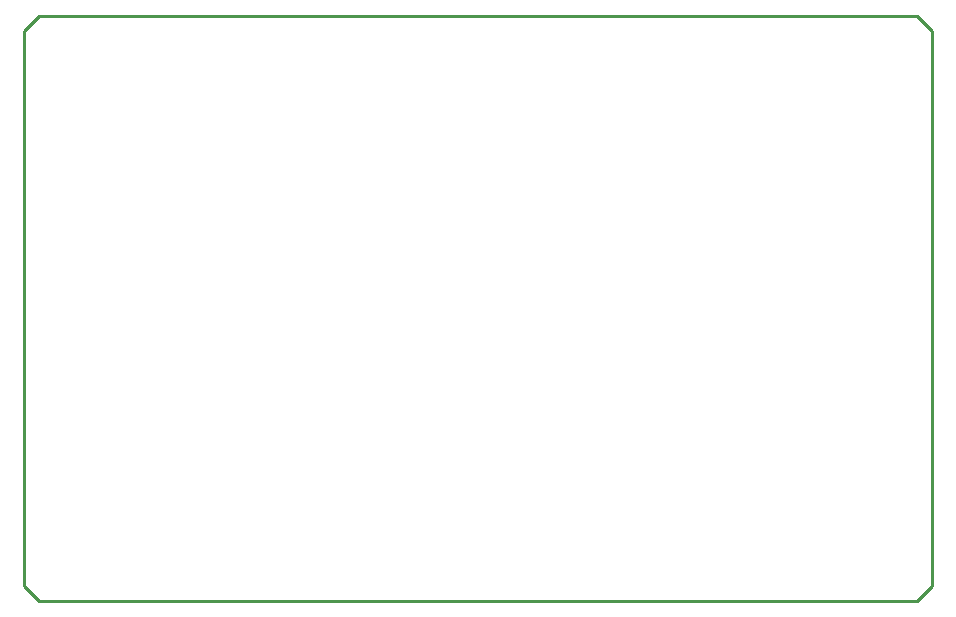
<source format=gtp>
G75*
%MOIN*%
%OFA0B0*%
%FSLAX25Y25*%
%IPPOS*%
%LPD*%
%AMOC8*
5,1,8,0,0,1.08239X$1,22.5*
%
%ADD10C,0.01000*%
D10*
X0037595Y0057683D02*
X0032595Y0062683D01*
X0032595Y0247683D01*
X0037595Y0252683D01*
X0330095Y0252683D01*
X0335095Y0247683D01*
X0335095Y0062683D01*
X0330095Y0057683D01*
X0037595Y0057683D01*
M02*

</source>
